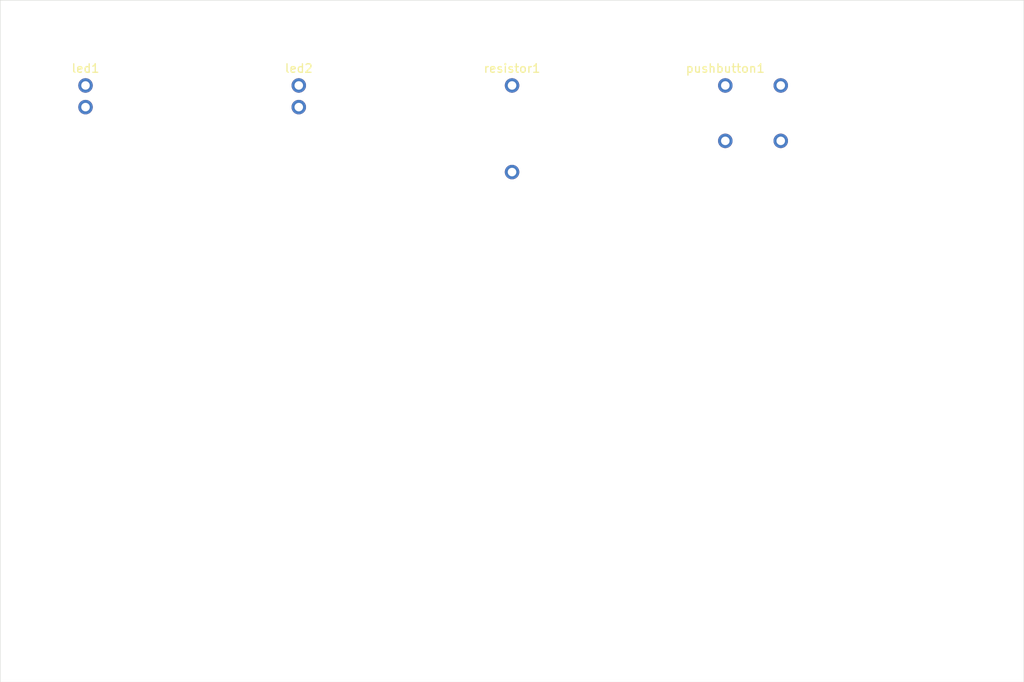
<source format=kicad_pcb>
(kicad_pcb (version 20240108) (generator sparkbench) (generator_version "1.0")
  (layers (0 F.Cu signal) (31 B.Cu signal) (36 B.SilkS user) (37 F.SilkS user) (38 B.Mask user) (39 F.Mask user) (44 Edge.Cuts user))
  (net 0 "")
  (net 1 Net-1)
  (net 2 Net-2)
  (net 3 Net-3)
  (net 4 NET1)
  (gr_line (start 0 0) (end 120 0) (layer Edge.Cuts) (stroke (width 0.05)))
  (gr_line (start 120 0) (end 120 80) (layer Edge.Cuts) (stroke (width 0.05)))
  (gr_line (start 120 80) (end 0 80) (layer Edge.Cuts) (stroke (width 0.05)))
  (gr_line (start 0 80) (end 0 0) (layer Edge.Cuts) (stroke (width 0.05)))
  (footprint LED-THT-3mm (layer F.Cu) (at 10 10)
    (fp_text reference led1 (at 0 -2) (layer F.SilkS))
    (fp_text value LED-THT-3mm)
    (pad led1:1 thru_hole circle (at 0 0) (size 1.7 1.7) (layers F.Cu B.Cu) (drill 1))
    (pad led1:2 thru_hole circle (at 0 2.54) (size 1.7 1.7) (layers F.Cu B.Cu) (drill 1))
  )
  (footprint LED-THT-3mm (layer F.Cu) (at 35 10)
    (fp_text reference led2 (at 0 -2) (layer F.SilkS))
    (fp_text value LED-THT-3mm)
    (pad led2:1 thru_hole circle (at 0 0) (size 1.7 1.7) (layers F.Cu B.Cu) (drill 1))
    (pad led2:2 thru_hole circle (at 0 2.54) (size 1.7 1.7) (layers F.Cu B.Cu) (drill 1))
  )
  (footprint Axial-0.4in (layer F.Cu) (at 60 10)
    (fp_text reference resistor1 (at 0 -2) (layer F.SilkS))
    (fp_text value "1000")
    (pad resistor1:1 thru_hole circle (at 0 0) (size 1.7 1.7) (layers F.Cu B.Cu) (drill 1) (net 2 Net-2))
    (pad resistor1:2 thru_hole circle (at 0 10.16) (size 1.7 1.7) (layers F.Cu B.Cu) (drill 1) (net 1 Net-1))
  )
  (footprint SW-THT-6mm (layer F.Cu) (at 85 10)
    (fp_text reference pushbutton1 (at 0 -2) (layer F.SilkS))
    (fp_text value SW-THT-6mm)
    (pad pushbutton1:1 thru_hole circle (at 0 0) (size 1.7 1.7) (layers F.Cu B.Cu) (drill 1))
    (pad pushbutton1:2 thru_hole circle (at 6.5 0) (size 1.7 1.7) (layers F.Cu B.Cu) (drill 1))
    (pad pushbutton1:3 thru_hole circle (at 0 6.5) (size 1.7 1.7) (layers F.Cu B.Cu) (drill 1))
    (pad pushbutton1:4 thru_hole circle (at 6.5 6.5) (size 1.7 1.7) (layers F.Cu B.Cu) (drill 1))
  )
)
</source>
